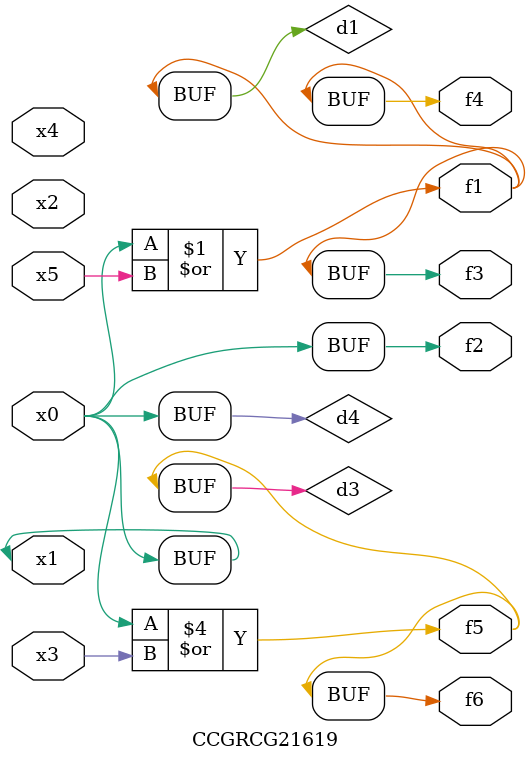
<source format=v>
module CCGRCG21619(
	input x0, x1, x2, x3, x4, x5,
	output f1, f2, f3, f4, f5, f6
);

	wire d1, d2, d3, d4;

	or (d1, x0, x5);
	xnor (d2, x1, x4);
	or (d3, x0, x3);
	buf (d4, x0, x1);
	assign f1 = d1;
	assign f2 = d4;
	assign f3 = d1;
	assign f4 = d1;
	assign f5 = d3;
	assign f6 = d3;
endmodule

</source>
